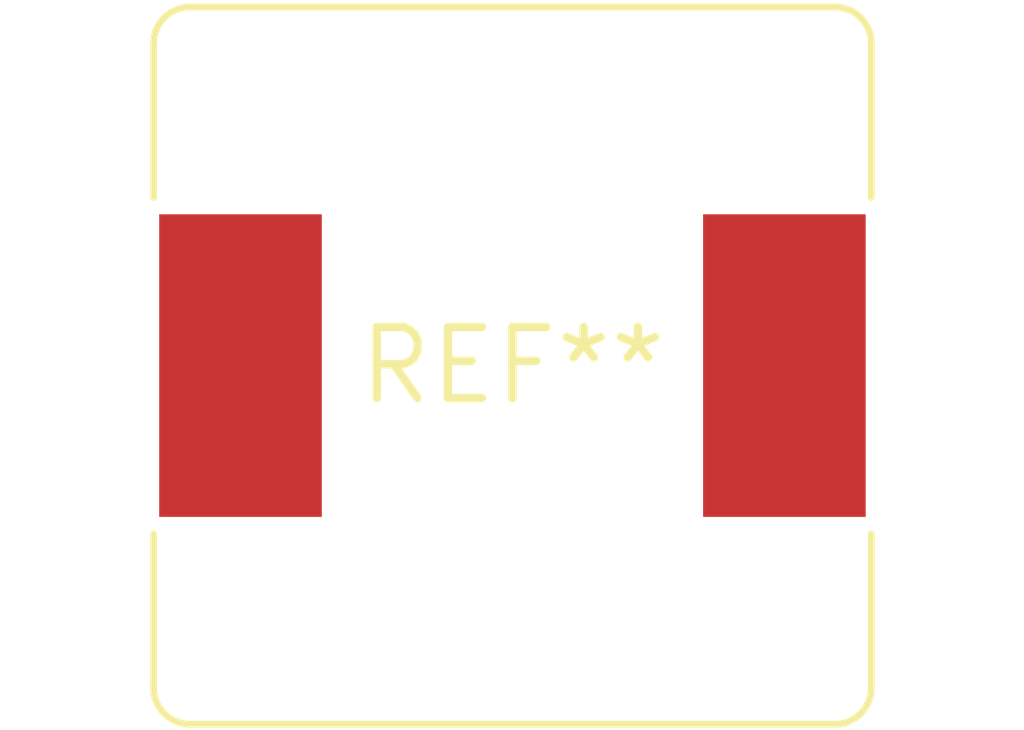
<source format=kicad_pcb>
(kicad_pcb (version 20240108) (generator pcbnew)
  (layers (0 "F.Cu" signal) (31 "B.Cu" signal) (34 "B.Paste" user) (35 "F.Paste" user) (36 "B.SilkS" user "B.Silkscreen") (37 "F.SilkS" user "F.Silkscreen") (38 "B.Mask" user) (39 "F.Mask" user) (44 "Edge.Cuts" user))
  (net 0 "")
  (footprint "L_Bourns_SRR1260" (layer "F.Cu") (at 0 0)
    (property "Reference" "REF**")
    (property "Value" "L_Bourns_SRR1260")
    (fp_line (start -6.4 -5.75) (end -6.4 -3) (layer "F.SilkS") (stroke (width 0.12)))
    (fp_line (start -6.4 3) (end -6.4 5.75) (layer "F.SilkS") (stroke (width 0.12)))
    (fp_line (start -5.75 -6.4) (end 5.75 -6.4) (layer "F.SilkS") (stroke (width 0.12)))
    (fp_line (start 5.75 6.4) (end -5.75 6.4) (layer "F.SilkS") (stroke (width 0.12)))
    (fp_line (start 6.4 -5.75) (end 6.4 -3) (layer "F.SilkS") (stroke (width 0.12)))
    (fp_line (start 6.4 3) (end 6.4 5.75) (layer "F.SilkS") (stroke (width 0.12)))
    (fp_arc (start -6.4 -5.75) (mid -6.209619 -6.209619) (end -5.75 -6.4) (layer "F.SilkS") (stroke (width 0.12)))
    (fp_arc (start -5.75 6.4) (mid -6.209619 6.209619) (end -6.4 5.75) (layer "F.SilkS") (stroke (width 0.12)))
    (fp_arc (start 5.75 -6.4) (mid 6.209619 -6.209619) (end 6.4 -5.75) (layer "F.SilkS") (stroke (width 0.12)))
    (fp_arc (start 6.4 5.75) (mid 6.209619 6.209619) (end 5.75 6.4) (layer "F.SilkS") (stroke (width 0.12)))
    (pad "1" smd rect (at -4.85 0) (size 2.9 5.4) (layers "F.Cu" "F.Paste" "F.Mask"))
    (pad "2" smd rect (at 4.85 0) (size 2.9 5.4) (layers "F.Cu" "F.Paste" "F.Mask"))
  )
)
</source>
